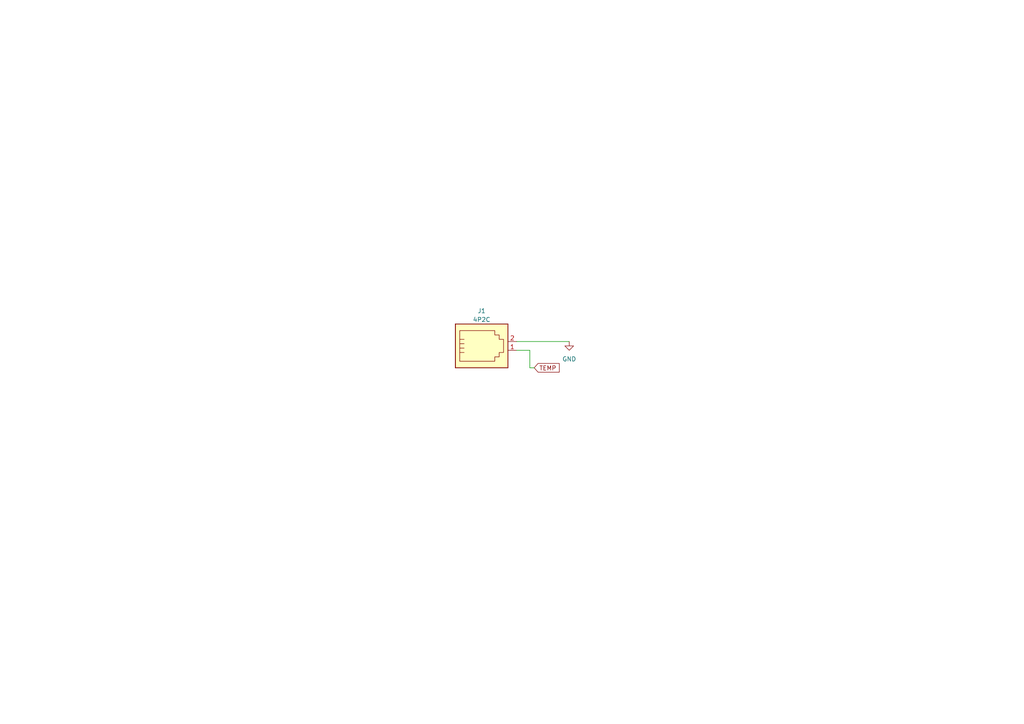
<source format=kicad_sch>
(kicad_sch (version 20230121) (generator eeschema)
  (paper "A4")
  (lib_symbols
    (symbol "Connector:4P2C" (pin_names (offset 1.016))
      (property "Reference" "J" (at -5.08 8.89 0))
      (property "Value" "4P2C" (at 2.54 8.89 0))
      (symbol "4P2C_0_1"
        (polyline (pts (xy -6.35 -0.635) (xy -5.08 -0.635) (xy -5.08 -0.635)))
        (polyline (pts (xy -6.35 0.635) (xy -5.08 0.635) (xy -5.08 0.635)))
        (polyline (pts (xy -6.35 1.905) (xy -5.08 1.905) (xy -5.08 1.905)))
        (polyline (pts (xy -6.35 3.175) (xy -5.08 3.175) (xy -5.08 3.175)))
        (polyline (pts (xy -6.35 -3.175) (xy -6.35 5.715) (xy -1.27 5.715) (xy 3.81 5.715) (xy 3.81 4.445) (xy 5.08 4.445) (xy 5.08 3.175) (xy 6.35 3.175) (xy 6.35 -0.635) (xy 5.08 -0.635) (xy 5.08 -1.905) (xy 3.81 -1.905) (xy 3.81 -3.175) (xy -6.35 -3.175) (xy -6.35 -3.175)))
        (rectangle (start 7.62 7.62) (end -7.62 -5.08) (stroke (width 0.254)) (fill (type background)))
      )
      (symbol "4P2C_1_1"
        (pin passive line (at 10.16 0 180) (length 2.54) (name "~") (number "1"))
        (pin passive line (at 10.16 2.54 180) (length 2.54) (name "~") (number "2"))
      )
    )
    (symbol "power:GND" (power) (pin_names (offset 0))
      (property "Value" "GND" (at 0 -3.81 0))
      (symbol "GND_0_1"
        (polyline (pts (xy 0 0) (xy 0 -1.27) (xy 1.27 -1.27) (xy 0 -2.54) (xy -1.27 -1.27) (xy 0 -1.27)))
      )
      (symbol "GND_1_1"
        (pin power_in line (at 0 0 270) (length 0) hide (name "GND") (number "1"))
      )
    )
  )
  (wire (pts (xy 153.67 106.68) (xy 154.94 106.68)))
  (wire (pts (xy 149.86 101.6) (xy 153.67 101.6)))
  (wire (pts (xy 153.67 101.6) (xy 153.67 106.68)))
  (wire (pts (xy 149.86 99.06) (xy 165.1 99.06)))
  (global_label "TEMP" (shape input) (at 154.94 106.68 0) (property "Intersheetrefs" "${INTERSHEET_REFS}" (effects hide)))
  (symbol (lib_id "Connector:4P2C") (at 139.7 101.6 0) (unit 1)
    (property "Reference" "J1" (at 139.7 90.17 0))
    (property "Value" "4P2C" (at 139.7 92.71 0))
  )
  (symbol (lib_id "power:GND") (at 165.1 99.06 0) (unit 1)
    (property "Reference" "#PWR01" (effects hide))
    (property "Value" "GND" (at 165.1 104.14 0))
  )
)
</source>
